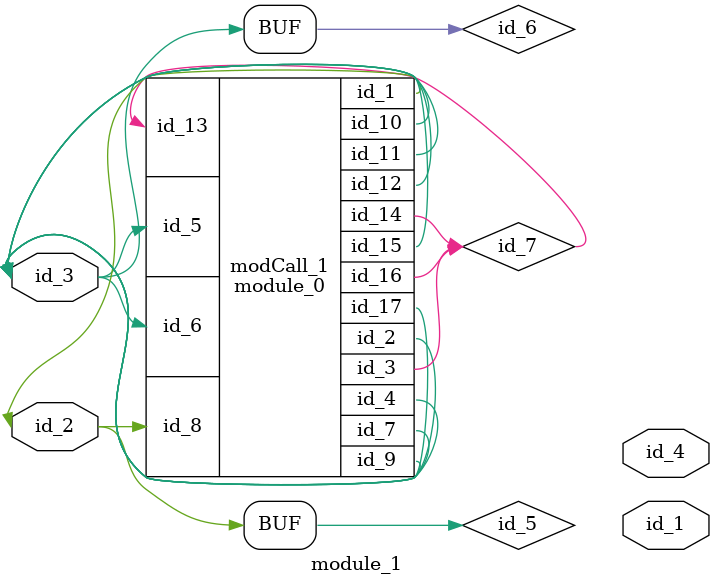
<source format=v>
module module_0 (
    id_1,
    id_2,
    id_3,
    id_4,
    id_5,
    id_6,
    id_7,
    id_8,
    id_9,
    id_10,
    id_11,
    id_12,
    id_13,
    id_14,
    id_15,
    id_16,
    id_17
);
  inout wire id_17;
  output wire id_16;
  output wire id_15;
  inout wire id_14;
  input wire id_13;
  output wire id_12;
  inout wire id_11;
  output wire id_10;
  inout wire id_9;
  input wire id_8;
  inout wire id_7;
  input wire id_6;
  input wire id_5;
  output wire id_4;
  output wire id_3;
  inout wire id_2;
  inout wire id_1;
  assign id_1 = id_5;
  wire id_18;
endmodule
module module_1 (
    id_1,
    id_2,
    id_3,
    id_4
);
  output wire id_4;
  inout wire id_3;
  input wire id_2;
  output wire id_1;
  wire id_5 = id_2, id_6;
  wire id_7;
  module_0 modCall_1 (
      id_5,
      id_6,
      id_7,
      id_3,
      id_6,
      id_3,
      id_6,
      id_2,
      id_3,
      id_6,
      id_3,
      id_3,
      id_7,
      id_7,
      id_3,
      id_7,
      id_3
  );
  assign id_3 = id_6;
endmodule

</source>
